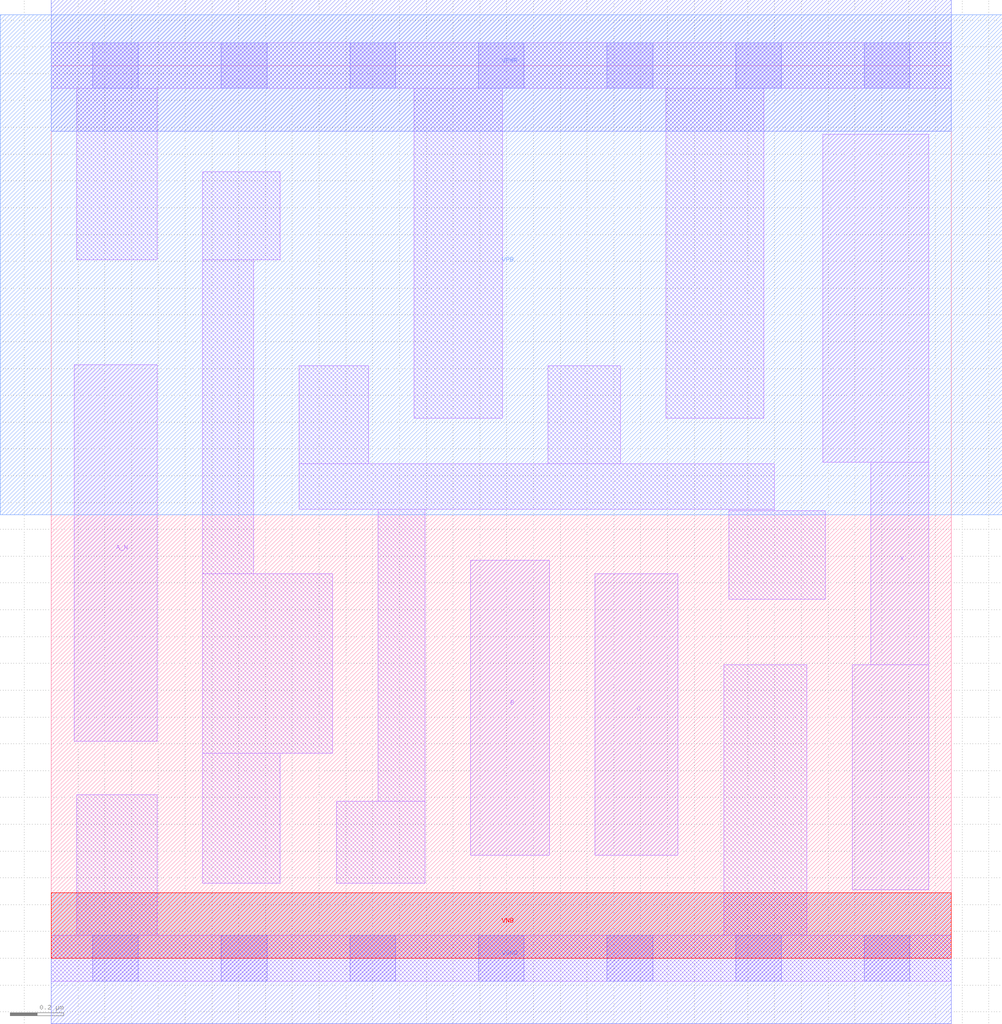
<source format=lef>
# Copyright 2020 The SkyWater PDK Authors
#
# Licensed under the Apache License, Version 2.0 (the "License");
# you may not use this file except in compliance with the License.
# You may obtain a copy of the License at
#
#     https://www.apache.org/licenses/LICENSE-2.0
#
# Unless required by applicable law or agreed to in writing, software
# distributed under the License is distributed on an "AS IS" BASIS,
# WITHOUT WARRANTIES OR CONDITIONS OF ANY KIND, either express or implied.
# See the License for the specific language governing permissions and
# limitations under the License.
#
# SPDX-License-Identifier: Apache-2.0

VERSION 5.7 ;
  NOWIREEXTENSIONATPIN ON ;
  DIVIDERCHAR "/" ;
  BUSBITCHARS "[]" ;
MACRO sky130_fd_sc_lp__and3b_1
  CLASS CORE ;
  FOREIGN sky130_fd_sc_lp__and3b_1 ;
  ORIGIN  0.000000  0.000000 ;
  SIZE  3.360000 BY  3.330000 ;
  SYMMETRY X Y R90 ;
  SITE unit ;
  PIN A_N
    ANTENNAGATEAREA  0.126000 ;
    DIRECTION INPUT ;
    USE SIGNAL ;
    PORT
      LAYER li1 ;
        RECT 0.085000 0.810000 0.395000 2.215000 ;
    END
  END A_N
  PIN B
    ANTENNAGATEAREA  0.126000 ;
    DIRECTION INPUT ;
    USE SIGNAL ;
    PORT
      LAYER li1 ;
        RECT 1.565000 0.385000 1.860000 1.485000 ;
    END
  END B
  PIN C
    ANTENNAGATEAREA  0.126000 ;
    DIRECTION INPUT ;
    USE SIGNAL ;
    PORT
      LAYER li1 ;
        RECT 2.030000 0.385000 2.340000 1.435000 ;
    END
  END C
  PIN X
    ANTENNADIFFAREA  0.556500 ;
    DIRECTION OUTPUT ;
    USE SIGNAL ;
    PORT
      LAYER li1 ;
        RECT 2.880000 1.850000 3.275000 3.075000 ;
        RECT 2.990000 0.255000 3.275000 1.095000 ;
        RECT 3.060000 1.095000 3.275000 1.850000 ;
    END
  END X
  PIN VGND
    DIRECTION INOUT ;
    USE GROUND ;
    PORT
      LAYER met1 ;
        RECT 0.000000 -0.245000 3.360000 0.245000 ;
    END
  END VGND
  PIN VNB
    DIRECTION INOUT ;
    USE GROUND ;
    PORT
      LAYER pwell ;
        RECT 0.000000 0.000000 3.360000 0.245000 ;
    END
  END VNB
  PIN VPB
    DIRECTION INOUT ;
    USE POWER ;
    PORT
      LAYER nwell ;
        RECT -0.190000 1.655000 3.550000 3.520000 ;
    END
  END VPB
  PIN VPWR
    DIRECTION INOUT ;
    USE POWER ;
    PORT
      LAYER met1 ;
        RECT 0.000000 3.085000 3.360000 3.575000 ;
    END
  END VPWR
  OBS
    LAYER li1 ;
      RECT 0.000000 -0.085000 3.360000 0.085000 ;
      RECT 0.000000  3.245000 3.360000 3.415000 ;
      RECT 0.095000  0.085000 0.395000 0.610000 ;
      RECT 0.095000  2.605000 0.395000 3.245000 ;
      RECT 0.565000  0.280000 0.855000 0.765000 ;
      RECT 0.565000  0.765000 1.050000 1.435000 ;
      RECT 0.565000  1.435000 0.755000 2.605000 ;
      RECT 0.565000  2.605000 0.855000 2.935000 ;
      RECT 0.925000  1.675000 2.700000 1.845000 ;
      RECT 0.925000  1.845000 1.185000 2.210000 ;
      RECT 1.065000  0.280000 1.395000 0.585000 ;
      RECT 1.220000  0.585000 1.395000 1.675000 ;
      RECT 1.355000  2.015000 1.685000 3.245000 ;
      RECT 1.855000  1.845000 2.125000 2.210000 ;
      RECT 2.295000  2.015000 2.660000 3.245000 ;
      RECT 2.510000  0.085000 2.820000 1.095000 ;
      RECT 2.530000  1.340000 2.890000 1.670000 ;
      RECT 2.530000  1.670000 2.700000 1.675000 ;
    LAYER mcon ;
      RECT 0.155000 -0.085000 0.325000 0.085000 ;
      RECT 0.155000  3.245000 0.325000 3.415000 ;
      RECT 0.635000 -0.085000 0.805000 0.085000 ;
      RECT 0.635000  3.245000 0.805000 3.415000 ;
      RECT 1.115000 -0.085000 1.285000 0.085000 ;
      RECT 1.115000  3.245000 1.285000 3.415000 ;
      RECT 1.595000 -0.085000 1.765000 0.085000 ;
      RECT 1.595000  3.245000 1.765000 3.415000 ;
      RECT 2.075000 -0.085000 2.245000 0.085000 ;
      RECT 2.075000  3.245000 2.245000 3.415000 ;
      RECT 2.555000 -0.085000 2.725000 0.085000 ;
      RECT 2.555000  3.245000 2.725000 3.415000 ;
      RECT 3.035000 -0.085000 3.205000 0.085000 ;
      RECT 3.035000  3.245000 3.205000 3.415000 ;
  END
END sky130_fd_sc_lp__and3b_1
END LIBRARY

</source>
